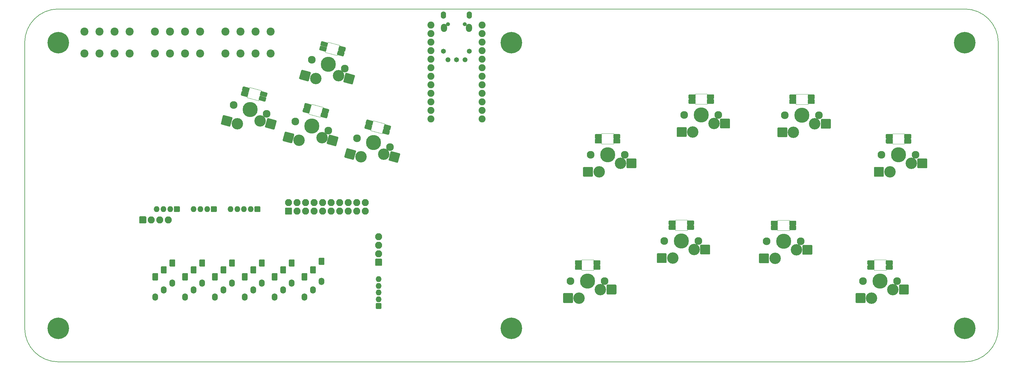
<source format=gbr>
G04 #@! TF.GenerationSoftware,KiCad,Pcbnew,(5.1.9)-1*
G04 #@! TF.CreationDate,2021-03-21T07:55:49-07:00*
G04 #@! TF.ProjectId,keefighter,6b656566-6967-4687-9465-722e6b696361,rev?*
G04 #@! TF.SameCoordinates,Original*
G04 #@! TF.FileFunction,Soldermask,Bot*
G04 #@! TF.FilePolarity,Negative*
%FSLAX46Y46*%
G04 Gerber Fmt 4.6, Leading zero omitted, Abs format (unit mm)*
G04 Created by KiCad (PCBNEW (5.1.9)-1) date 2021-03-21 07:55:49*
%MOMM*%
%LPD*%
G01*
G04 APERTURE LIST*
G04 #@! TA.AperFunction,Profile*
%ADD10C,0.200000*%
G04 #@! TD*
G04 #@! TA.AperFunction,Profile*
%ADD11C,0.120000*%
G04 #@! TD*
%ADD12C,1.473200*%
%ADD13O,1.200000X1.200000*%
%ADD14O,1.550000X2.200000*%
%ADD15O,1.850000X2.400000*%
%ADD16C,2.400000*%
%ADD17C,4.500000*%
%ADD18C,2.300000*%
%ADD19C,3.400000*%
%ADD20C,6.400000*%
%ADD21O,1.700000X2.178000*%
%ADD22O,1.750000X1.750000*%
%ADD23O,2.100000X2.100000*%
%ADD24C,2.082800*%
G04 APERTURE END LIST*
D10*
X357792882Y-173878972D02*
X357792883Y-88878972D01*
X77792883Y-183878972D02*
X347792883Y-183878972D01*
X347792883Y-78878972D02*
G75*
G02*
X357792883Y-88878972I0J-10000000D01*
G01*
X67792883Y-88878972D02*
X67792883Y-173878972D01*
X77792883Y-183878972D02*
G75*
G02*
X67792883Y-173878972I0J10000000D01*
G01*
X357792882Y-173878973D02*
G75*
G02*
X347792883Y-183878972I-9999999J0D01*
G01*
X67792883Y-88878972D02*
G75*
G02*
X77792883Y-78878972I10000000J0D01*
G01*
X347792883Y-78878972D02*
X77792883Y-78878972D01*
D11*
X239616508Y-119054772D02*
X239616508Y-115954772D01*
X239616508Y-115954772D02*
X243216508Y-115954772D01*
X243216508Y-115954772D02*
X243216508Y-119054772D01*
X243216508Y-119054772D02*
X239616508Y-119054772D01*
X157335369Y-91751934D02*
X158137708Y-88757564D01*
X158137708Y-88757564D02*
X161615041Y-89689312D01*
X161615041Y-89689312D02*
X160812702Y-92683682D01*
X160812702Y-92683682D02*
X157335369Y-91751934D01*
X137481312Y-106154066D02*
X134003979Y-105222318D01*
X138283651Y-103159696D02*
X137481312Y-106154066D01*
X134806318Y-102227948D02*
X138283651Y-103159696D01*
X134003979Y-105222318D02*
X134806318Y-102227948D01*
X174283086Y-116015072D02*
X170805753Y-115083324D01*
X175085425Y-113020702D02*
X174283086Y-116015072D01*
X171608092Y-112088954D02*
X175085425Y-113020702D01*
X170805753Y-115083324D02*
X171608092Y-112088954D01*
X233685241Y-156620616D02*
X233685241Y-153520616D01*
X233685241Y-153520616D02*
X237285241Y-153520616D01*
X237285241Y-153520616D02*
X237285241Y-156620616D01*
X237285241Y-156620616D02*
X233685241Y-156620616D01*
X265185746Y-144746433D02*
X261585746Y-144746433D01*
X265185746Y-141646433D02*
X265185746Y-144746433D01*
X261585746Y-141646433D02*
X265185746Y-141646433D01*
X261585746Y-144746433D02*
X261585746Y-141646433D01*
X295626194Y-144824564D02*
X292026194Y-144824564D01*
X295626194Y-141724564D02*
X295626194Y-144824564D01*
X292026194Y-141724564D02*
X295626194Y-141724564D01*
X292026194Y-144824564D02*
X292026194Y-141724564D01*
X324395820Y-156620461D02*
X320795820Y-156620461D01*
X324395820Y-153520461D02*
X324395820Y-156620461D01*
X320795820Y-153520461D02*
X324395820Y-153520461D01*
X320795820Y-156620461D02*
X320795820Y-153520461D01*
X326274618Y-119069621D02*
X326274618Y-115969621D01*
X326274618Y-115969621D02*
X329874618Y-115969621D01*
X329874618Y-115969621D02*
X329874618Y-119069621D01*
X329874618Y-119069621D02*
X326274618Y-119069621D01*
X301124162Y-107297086D02*
X297524162Y-107297086D01*
X301124162Y-104197086D02*
X301124162Y-107297086D01*
X297524162Y-104197086D02*
X301124162Y-104197086D01*
X297524162Y-107297086D02*
X297524162Y-104197086D01*
X267520580Y-107231339D02*
X267520580Y-104131339D01*
X267520580Y-104131339D02*
X271120580Y-104131339D01*
X271120580Y-104131339D02*
X271120580Y-107231339D01*
X271120580Y-107231339D02*
X267520580Y-107231339D01*
X152404866Y-110152821D02*
X153207205Y-107158451D01*
X153207205Y-107158451D02*
X156684538Y-108090199D01*
X156684538Y-108090199D02*
X155882199Y-111084569D01*
X155882199Y-111084569D02*
X152404866Y-110152821D01*
D12*
X200180000Y-91440000D03*
X198910000Y-93980000D03*
X196370000Y-93980000D03*
X193830000Y-93980000D03*
X192540000Y-91440000D03*
D13*
X193880000Y-83410000D03*
X198880000Y-83410000D03*
D14*
X192505000Y-80660000D03*
X200255000Y-80660000D03*
D15*
X192655000Y-84460000D03*
X200105000Y-84460000D03*
G36*
G01*
X243116508Y-117304772D02*
X243116508Y-116304772D01*
G75*
G02*
X243316508Y-116104772I200000J0D01*
G01*
X245016508Y-116104772D01*
G75*
G02*
X245216508Y-116304772I0J-200000D01*
G01*
X245216508Y-117304772D01*
G75*
G02*
X245016508Y-117504772I-200000J0D01*
G01*
X243316508Y-117504772D01*
G75*
G02*
X243116508Y-117304772I0J200000D01*
G01*
G37*
G36*
G01*
X243116508Y-118704772D02*
X243116508Y-117704772D01*
G75*
G02*
X243316508Y-117504772I200000J0D01*
G01*
X245016508Y-117504772D01*
G75*
G02*
X245216508Y-117704772I0J-200000D01*
G01*
X245216508Y-118704772D01*
G75*
G02*
X245016508Y-118904772I-200000J0D01*
G01*
X243316508Y-118904772D01*
G75*
G02*
X243116508Y-118704772I0J200000D01*
G01*
G37*
G36*
G01*
X237616508Y-117304772D02*
X237616508Y-116304772D01*
G75*
G02*
X237816508Y-116104772I200000J0D01*
G01*
X239516508Y-116104772D01*
G75*
G02*
X239716508Y-116304772I0J-200000D01*
G01*
X239716508Y-117304772D01*
G75*
G02*
X239516508Y-117504772I-200000J0D01*
G01*
X237816508Y-117504772D01*
G75*
G02*
X237616508Y-117304772I0J200000D01*
G01*
G37*
G36*
G01*
X237616508Y-118704772D02*
X237616508Y-117704772D01*
G75*
G02*
X237816508Y-117504772I200000J0D01*
G01*
X239516508Y-117504772D01*
G75*
G02*
X239716508Y-117704772I0J-200000D01*
G01*
X239716508Y-118704772D01*
G75*
G02*
X239516508Y-118904772I-200000J0D01*
G01*
X237816508Y-118904772D01*
G75*
G02*
X237616508Y-118704772I0J200000D01*
G01*
G37*
G36*
G01*
X161169043Y-90967430D02*
X161427862Y-90001504D01*
G75*
G02*
X161672811Y-89860083I193185J-51764D01*
G01*
X163314884Y-90300075D01*
G75*
G02*
X163456305Y-90545024I-51764J-193185D01*
G01*
X163197486Y-91510950D01*
G75*
G02*
X162952537Y-91652371I-193185J51764D01*
G01*
X161310464Y-91212379D01*
G75*
G02*
X161169043Y-90967430I51764J193185D01*
G01*
G37*
G36*
G01*
X160806697Y-92319726D02*
X161065516Y-91353800D01*
G75*
G02*
X161310465Y-91212379I193185J-51764D01*
G01*
X162952538Y-91652371D01*
G75*
G02*
X163093959Y-91897320I-51764J-193185D01*
G01*
X162835140Y-92863246D01*
G75*
G02*
X162590191Y-93004667I-193185J51764D01*
G01*
X160948118Y-92564675D01*
G75*
G02*
X160806697Y-92319726I51764J193185D01*
G01*
G37*
G36*
G01*
X155856451Y-89543926D02*
X156115270Y-88578000D01*
G75*
G02*
X156360219Y-88436579I193185J-51764D01*
G01*
X158002292Y-88876571D01*
G75*
G02*
X158143713Y-89121520I-51764J-193185D01*
G01*
X157884894Y-90087446D01*
G75*
G02*
X157639945Y-90228867I-193185J51764D01*
G01*
X155997872Y-89788875D01*
G75*
G02*
X155856451Y-89543926I51764J193185D01*
G01*
G37*
G36*
G01*
X155494105Y-90896222D02*
X155752924Y-89930296D01*
G75*
G02*
X155997873Y-89788875I193185J-51764D01*
G01*
X157639946Y-90228867D01*
G75*
G02*
X157781367Y-90473816I-51764J-193185D01*
G01*
X157522548Y-91439742D01*
G75*
G02*
X157277599Y-91581163I-193185J51764D01*
G01*
X155635526Y-91141171D01*
G75*
G02*
X155494105Y-90896222I51764J193185D01*
G01*
G37*
G36*
G01*
X132162715Y-104366606D02*
X132421534Y-103400680D01*
G75*
G02*
X132666483Y-103259259I193185J-51764D01*
G01*
X134308556Y-103699251D01*
G75*
G02*
X134449977Y-103944200I-51764J-193185D01*
G01*
X134191158Y-104910126D01*
G75*
G02*
X133946209Y-105051547I-193185J51764D01*
G01*
X132304136Y-104611555D01*
G75*
G02*
X132162715Y-104366606I51764J193185D01*
G01*
G37*
G36*
G01*
X132525061Y-103014310D02*
X132783880Y-102048384D01*
G75*
G02*
X133028829Y-101906963I193185J-51764D01*
G01*
X134670902Y-102346955D01*
G75*
G02*
X134812323Y-102591904I-51764J-193185D01*
G01*
X134553504Y-103557830D01*
G75*
G02*
X134308555Y-103699251I-193185J51764D01*
G01*
X132666482Y-103259259D01*
G75*
G02*
X132525061Y-103014310I51764J193185D01*
G01*
G37*
G36*
G01*
X137475307Y-105790110D02*
X137734126Y-104824184D01*
G75*
G02*
X137979075Y-104682763I193185J-51764D01*
G01*
X139621148Y-105122755D01*
G75*
G02*
X139762569Y-105367704I-51764J-193185D01*
G01*
X139503750Y-106333630D01*
G75*
G02*
X139258801Y-106475051I-193185J51764D01*
G01*
X137616728Y-106035059D01*
G75*
G02*
X137475307Y-105790110I51764J193185D01*
G01*
G37*
G36*
G01*
X137837653Y-104437814D02*
X138096472Y-103471888D01*
G75*
G02*
X138341421Y-103330467I193185J-51764D01*
G01*
X139983494Y-103770459D01*
G75*
G02*
X140124915Y-104015408I-51764J-193185D01*
G01*
X139866096Y-104981334D01*
G75*
G02*
X139621147Y-105122755I-193185J51764D01*
G01*
X137979074Y-104682763D01*
G75*
G02*
X137837653Y-104437814I51764J193185D01*
G01*
G37*
G36*
G01*
X168964489Y-114227612D02*
X169223308Y-113261686D01*
G75*
G02*
X169468257Y-113120265I193185J-51764D01*
G01*
X171110330Y-113560257D01*
G75*
G02*
X171251751Y-113805206I-51764J-193185D01*
G01*
X170992932Y-114771132D01*
G75*
G02*
X170747983Y-114912553I-193185J51764D01*
G01*
X169105910Y-114472561D01*
G75*
G02*
X168964489Y-114227612I51764J193185D01*
G01*
G37*
G36*
G01*
X169326835Y-112875316D02*
X169585654Y-111909390D01*
G75*
G02*
X169830603Y-111767969I193185J-51764D01*
G01*
X171472676Y-112207961D01*
G75*
G02*
X171614097Y-112452910I-51764J-193185D01*
G01*
X171355278Y-113418836D01*
G75*
G02*
X171110329Y-113560257I-193185J51764D01*
G01*
X169468256Y-113120265D01*
G75*
G02*
X169326835Y-112875316I51764J193185D01*
G01*
G37*
G36*
G01*
X174277081Y-115651116D02*
X174535900Y-114685190D01*
G75*
G02*
X174780849Y-114543769I193185J-51764D01*
G01*
X176422922Y-114983761D01*
G75*
G02*
X176564343Y-115228710I-51764J-193185D01*
G01*
X176305524Y-116194636D01*
G75*
G02*
X176060575Y-116336057I-193185J51764D01*
G01*
X174418502Y-115896065D01*
G75*
G02*
X174277081Y-115651116I51764J193185D01*
G01*
G37*
G36*
G01*
X174639427Y-114298820D02*
X174898246Y-113332894D01*
G75*
G02*
X175143195Y-113191473I193185J-51764D01*
G01*
X176785268Y-113631465D01*
G75*
G02*
X176926689Y-113876414I-51764J-193185D01*
G01*
X176667870Y-114842340D01*
G75*
G02*
X176422921Y-114983761I-193185J51764D01*
G01*
X174780848Y-114543769D01*
G75*
G02*
X174639427Y-114298820I51764J193185D01*
G01*
G37*
G36*
G01*
X237185241Y-154870616D02*
X237185241Y-153870616D01*
G75*
G02*
X237385241Y-153670616I200000J0D01*
G01*
X239085241Y-153670616D01*
G75*
G02*
X239285241Y-153870616I0J-200000D01*
G01*
X239285241Y-154870616D01*
G75*
G02*
X239085241Y-155070616I-200000J0D01*
G01*
X237385241Y-155070616D01*
G75*
G02*
X237185241Y-154870616I0J200000D01*
G01*
G37*
G36*
G01*
X237185241Y-156270616D02*
X237185241Y-155270616D01*
G75*
G02*
X237385241Y-155070616I200000J0D01*
G01*
X239085241Y-155070616D01*
G75*
G02*
X239285241Y-155270616I0J-200000D01*
G01*
X239285241Y-156270616D01*
G75*
G02*
X239085241Y-156470616I-200000J0D01*
G01*
X237385241Y-156470616D01*
G75*
G02*
X237185241Y-156270616I0J200000D01*
G01*
G37*
G36*
G01*
X231685241Y-154870616D02*
X231685241Y-153870616D01*
G75*
G02*
X231885241Y-153670616I200000J0D01*
G01*
X233585241Y-153670616D01*
G75*
G02*
X233785241Y-153870616I0J-200000D01*
G01*
X233785241Y-154870616D01*
G75*
G02*
X233585241Y-155070616I-200000J0D01*
G01*
X231885241Y-155070616D01*
G75*
G02*
X231685241Y-154870616I0J200000D01*
G01*
G37*
G36*
G01*
X231685241Y-156270616D02*
X231685241Y-155270616D01*
G75*
G02*
X231885241Y-155070616I200000J0D01*
G01*
X233585241Y-155070616D01*
G75*
G02*
X233785241Y-155270616I0J-200000D01*
G01*
X233785241Y-156270616D01*
G75*
G02*
X233585241Y-156470616I-200000J0D01*
G01*
X231885241Y-156470616D01*
G75*
G02*
X231685241Y-156270616I0J200000D01*
G01*
G37*
G36*
G01*
X259585746Y-144396433D02*
X259585746Y-143396433D01*
G75*
G02*
X259785746Y-143196433I200000J0D01*
G01*
X261485746Y-143196433D01*
G75*
G02*
X261685746Y-143396433I0J-200000D01*
G01*
X261685746Y-144396433D01*
G75*
G02*
X261485746Y-144596433I-200000J0D01*
G01*
X259785746Y-144596433D01*
G75*
G02*
X259585746Y-144396433I0J200000D01*
G01*
G37*
G36*
G01*
X259585746Y-142996433D02*
X259585746Y-141996433D01*
G75*
G02*
X259785746Y-141796433I200000J0D01*
G01*
X261485746Y-141796433D01*
G75*
G02*
X261685746Y-141996433I0J-200000D01*
G01*
X261685746Y-142996433D01*
G75*
G02*
X261485746Y-143196433I-200000J0D01*
G01*
X259785746Y-143196433D01*
G75*
G02*
X259585746Y-142996433I0J200000D01*
G01*
G37*
G36*
G01*
X265085746Y-144396433D02*
X265085746Y-143396433D01*
G75*
G02*
X265285746Y-143196433I200000J0D01*
G01*
X266985746Y-143196433D01*
G75*
G02*
X267185746Y-143396433I0J-200000D01*
G01*
X267185746Y-144396433D01*
G75*
G02*
X266985746Y-144596433I-200000J0D01*
G01*
X265285746Y-144596433D01*
G75*
G02*
X265085746Y-144396433I0J200000D01*
G01*
G37*
G36*
G01*
X265085746Y-142996433D02*
X265085746Y-141996433D01*
G75*
G02*
X265285746Y-141796433I200000J0D01*
G01*
X266985746Y-141796433D01*
G75*
G02*
X267185746Y-141996433I0J-200000D01*
G01*
X267185746Y-142996433D01*
G75*
G02*
X266985746Y-143196433I-200000J0D01*
G01*
X265285746Y-143196433D01*
G75*
G02*
X265085746Y-142996433I0J200000D01*
G01*
G37*
G36*
G01*
X290026194Y-144474564D02*
X290026194Y-143474564D01*
G75*
G02*
X290226194Y-143274564I200000J0D01*
G01*
X291926194Y-143274564D01*
G75*
G02*
X292126194Y-143474564I0J-200000D01*
G01*
X292126194Y-144474564D01*
G75*
G02*
X291926194Y-144674564I-200000J0D01*
G01*
X290226194Y-144674564D01*
G75*
G02*
X290026194Y-144474564I0J200000D01*
G01*
G37*
G36*
G01*
X290026194Y-143074564D02*
X290026194Y-142074564D01*
G75*
G02*
X290226194Y-141874564I200000J0D01*
G01*
X291926194Y-141874564D01*
G75*
G02*
X292126194Y-142074564I0J-200000D01*
G01*
X292126194Y-143074564D01*
G75*
G02*
X291926194Y-143274564I-200000J0D01*
G01*
X290226194Y-143274564D01*
G75*
G02*
X290026194Y-143074564I0J200000D01*
G01*
G37*
G36*
G01*
X295526194Y-144474564D02*
X295526194Y-143474564D01*
G75*
G02*
X295726194Y-143274564I200000J0D01*
G01*
X297426194Y-143274564D01*
G75*
G02*
X297626194Y-143474564I0J-200000D01*
G01*
X297626194Y-144474564D01*
G75*
G02*
X297426194Y-144674564I-200000J0D01*
G01*
X295726194Y-144674564D01*
G75*
G02*
X295526194Y-144474564I0J200000D01*
G01*
G37*
G36*
G01*
X295526194Y-143074564D02*
X295526194Y-142074564D01*
G75*
G02*
X295726194Y-141874564I200000J0D01*
G01*
X297426194Y-141874564D01*
G75*
G02*
X297626194Y-142074564I0J-200000D01*
G01*
X297626194Y-143074564D01*
G75*
G02*
X297426194Y-143274564I-200000J0D01*
G01*
X295726194Y-143274564D01*
G75*
G02*
X295526194Y-143074564I0J200000D01*
G01*
G37*
G36*
G01*
X318795820Y-156270461D02*
X318795820Y-155270461D01*
G75*
G02*
X318995820Y-155070461I200000J0D01*
G01*
X320695820Y-155070461D01*
G75*
G02*
X320895820Y-155270461I0J-200000D01*
G01*
X320895820Y-156270461D01*
G75*
G02*
X320695820Y-156470461I-200000J0D01*
G01*
X318995820Y-156470461D01*
G75*
G02*
X318795820Y-156270461I0J200000D01*
G01*
G37*
G36*
G01*
X318795820Y-154870461D02*
X318795820Y-153870461D01*
G75*
G02*
X318995820Y-153670461I200000J0D01*
G01*
X320695820Y-153670461D01*
G75*
G02*
X320895820Y-153870461I0J-200000D01*
G01*
X320895820Y-154870461D01*
G75*
G02*
X320695820Y-155070461I-200000J0D01*
G01*
X318995820Y-155070461D01*
G75*
G02*
X318795820Y-154870461I0J200000D01*
G01*
G37*
G36*
G01*
X324295820Y-156270461D02*
X324295820Y-155270461D01*
G75*
G02*
X324495820Y-155070461I200000J0D01*
G01*
X326195820Y-155070461D01*
G75*
G02*
X326395820Y-155270461I0J-200000D01*
G01*
X326395820Y-156270461D01*
G75*
G02*
X326195820Y-156470461I-200000J0D01*
G01*
X324495820Y-156470461D01*
G75*
G02*
X324295820Y-156270461I0J200000D01*
G01*
G37*
G36*
G01*
X324295820Y-154870461D02*
X324295820Y-153870461D01*
G75*
G02*
X324495820Y-153670461I200000J0D01*
G01*
X326195820Y-153670461D01*
G75*
G02*
X326395820Y-153870461I0J-200000D01*
G01*
X326395820Y-154870461D01*
G75*
G02*
X326195820Y-155070461I-200000J0D01*
G01*
X324495820Y-155070461D01*
G75*
G02*
X324295820Y-154870461I0J200000D01*
G01*
G37*
G36*
G01*
X329774618Y-117319621D02*
X329774618Y-116319621D01*
G75*
G02*
X329974618Y-116119621I200000J0D01*
G01*
X331674618Y-116119621D01*
G75*
G02*
X331874618Y-116319621I0J-200000D01*
G01*
X331874618Y-117319621D01*
G75*
G02*
X331674618Y-117519621I-200000J0D01*
G01*
X329974618Y-117519621D01*
G75*
G02*
X329774618Y-117319621I0J200000D01*
G01*
G37*
G36*
G01*
X329774618Y-118719621D02*
X329774618Y-117719621D01*
G75*
G02*
X329974618Y-117519621I200000J0D01*
G01*
X331674618Y-117519621D01*
G75*
G02*
X331874618Y-117719621I0J-200000D01*
G01*
X331874618Y-118719621D01*
G75*
G02*
X331674618Y-118919621I-200000J0D01*
G01*
X329974618Y-118919621D01*
G75*
G02*
X329774618Y-118719621I0J200000D01*
G01*
G37*
G36*
G01*
X324274618Y-117319621D02*
X324274618Y-116319621D01*
G75*
G02*
X324474618Y-116119621I200000J0D01*
G01*
X326174618Y-116119621D01*
G75*
G02*
X326374618Y-116319621I0J-200000D01*
G01*
X326374618Y-117319621D01*
G75*
G02*
X326174618Y-117519621I-200000J0D01*
G01*
X324474618Y-117519621D01*
G75*
G02*
X324274618Y-117319621I0J200000D01*
G01*
G37*
G36*
G01*
X324274618Y-118719621D02*
X324274618Y-117719621D01*
G75*
G02*
X324474618Y-117519621I200000J0D01*
G01*
X326174618Y-117519621D01*
G75*
G02*
X326374618Y-117719621I0J-200000D01*
G01*
X326374618Y-118719621D01*
G75*
G02*
X326174618Y-118919621I-200000J0D01*
G01*
X324474618Y-118919621D01*
G75*
G02*
X324274618Y-118719621I0J200000D01*
G01*
G37*
G36*
G01*
X295524162Y-106947086D02*
X295524162Y-105947086D01*
G75*
G02*
X295724162Y-105747086I200000J0D01*
G01*
X297424162Y-105747086D01*
G75*
G02*
X297624162Y-105947086I0J-200000D01*
G01*
X297624162Y-106947086D01*
G75*
G02*
X297424162Y-107147086I-200000J0D01*
G01*
X295724162Y-107147086D01*
G75*
G02*
X295524162Y-106947086I0J200000D01*
G01*
G37*
G36*
G01*
X295524162Y-105547086D02*
X295524162Y-104547086D01*
G75*
G02*
X295724162Y-104347086I200000J0D01*
G01*
X297424162Y-104347086D01*
G75*
G02*
X297624162Y-104547086I0J-200000D01*
G01*
X297624162Y-105547086D01*
G75*
G02*
X297424162Y-105747086I-200000J0D01*
G01*
X295724162Y-105747086D01*
G75*
G02*
X295524162Y-105547086I0J200000D01*
G01*
G37*
G36*
G01*
X301024162Y-106947086D02*
X301024162Y-105947086D01*
G75*
G02*
X301224162Y-105747086I200000J0D01*
G01*
X302924162Y-105747086D01*
G75*
G02*
X303124162Y-105947086I0J-200000D01*
G01*
X303124162Y-106947086D01*
G75*
G02*
X302924162Y-107147086I-200000J0D01*
G01*
X301224162Y-107147086D01*
G75*
G02*
X301024162Y-106947086I0J200000D01*
G01*
G37*
G36*
G01*
X301024162Y-105547086D02*
X301024162Y-104547086D01*
G75*
G02*
X301224162Y-104347086I200000J0D01*
G01*
X302924162Y-104347086D01*
G75*
G02*
X303124162Y-104547086I0J-200000D01*
G01*
X303124162Y-105547086D01*
G75*
G02*
X302924162Y-105747086I-200000J0D01*
G01*
X301224162Y-105747086D01*
G75*
G02*
X301024162Y-105547086I0J200000D01*
G01*
G37*
G36*
G01*
X271020580Y-105481339D02*
X271020580Y-104481339D01*
G75*
G02*
X271220580Y-104281339I200000J0D01*
G01*
X272920580Y-104281339D01*
G75*
G02*
X273120580Y-104481339I0J-200000D01*
G01*
X273120580Y-105481339D01*
G75*
G02*
X272920580Y-105681339I-200000J0D01*
G01*
X271220580Y-105681339D01*
G75*
G02*
X271020580Y-105481339I0J200000D01*
G01*
G37*
G36*
G01*
X271020580Y-106881339D02*
X271020580Y-105881339D01*
G75*
G02*
X271220580Y-105681339I200000J0D01*
G01*
X272920580Y-105681339D01*
G75*
G02*
X273120580Y-105881339I0J-200000D01*
G01*
X273120580Y-106881339D01*
G75*
G02*
X272920580Y-107081339I-200000J0D01*
G01*
X271220580Y-107081339D01*
G75*
G02*
X271020580Y-106881339I0J200000D01*
G01*
G37*
G36*
G01*
X265520580Y-105481339D02*
X265520580Y-104481339D01*
G75*
G02*
X265720580Y-104281339I200000J0D01*
G01*
X267420580Y-104281339D01*
G75*
G02*
X267620580Y-104481339I0J-200000D01*
G01*
X267620580Y-105481339D01*
G75*
G02*
X267420580Y-105681339I-200000J0D01*
G01*
X265720580Y-105681339D01*
G75*
G02*
X265520580Y-105481339I0J200000D01*
G01*
G37*
G36*
G01*
X265520580Y-106881339D02*
X265520580Y-105881339D01*
G75*
G02*
X265720580Y-105681339I200000J0D01*
G01*
X267420580Y-105681339D01*
G75*
G02*
X267620580Y-105881339I0J-200000D01*
G01*
X267620580Y-106881339D01*
G75*
G02*
X267420580Y-107081339I-200000J0D01*
G01*
X265720580Y-107081339D01*
G75*
G02*
X265520580Y-106881339I0J200000D01*
G01*
G37*
G36*
G01*
X156238540Y-109368317D02*
X156497359Y-108402391D01*
G75*
G02*
X156742308Y-108260970I193185J-51764D01*
G01*
X158384381Y-108700962D01*
G75*
G02*
X158525802Y-108945911I-51764J-193185D01*
G01*
X158266983Y-109911837D01*
G75*
G02*
X158022034Y-110053258I-193185J51764D01*
G01*
X156379961Y-109613266D01*
G75*
G02*
X156238540Y-109368317I51764J193185D01*
G01*
G37*
G36*
G01*
X155876194Y-110720613D02*
X156135013Y-109754687D01*
G75*
G02*
X156379962Y-109613266I193185J-51764D01*
G01*
X158022035Y-110053258D01*
G75*
G02*
X158163456Y-110298207I-51764J-193185D01*
G01*
X157904637Y-111264133D01*
G75*
G02*
X157659688Y-111405554I-193185J51764D01*
G01*
X156017615Y-110965562D01*
G75*
G02*
X155876194Y-110720613I51764J193185D01*
G01*
G37*
G36*
G01*
X150925948Y-107944813D02*
X151184767Y-106978887D01*
G75*
G02*
X151429716Y-106837466I193185J-51764D01*
G01*
X153071789Y-107277458D01*
G75*
G02*
X153213210Y-107522407I-51764J-193185D01*
G01*
X152954391Y-108488333D01*
G75*
G02*
X152709442Y-108629754I-193185J51764D01*
G01*
X151067369Y-108189762D01*
G75*
G02*
X150925948Y-107944813I51764J193185D01*
G01*
G37*
G36*
G01*
X150563602Y-109297109D02*
X150822421Y-108331183D01*
G75*
G02*
X151067370Y-108189762I193185J-51764D01*
G01*
X152709443Y-108629754D01*
G75*
G02*
X152850864Y-108874703I-51764J-193185D01*
G01*
X152592045Y-109840629D01*
G75*
G02*
X152347096Y-109982050I-193185J51764D01*
G01*
X150705023Y-109542058D01*
G75*
G02*
X150563602Y-109297109I51764J193185D01*
G01*
G37*
D16*
X85542883Y-85628972D03*
X90042883Y-85628972D03*
X85542883Y-92128972D03*
X90042883Y-92128972D03*
G36*
G01*
X139352345Y-113891989D02*
X139999392Y-111477174D01*
G75*
G02*
X140244341Y-111335753I193185J-51764D01*
G01*
X142707452Y-111995742D01*
G75*
G02*
X142848873Y-112240691I-51764J-193185D01*
G01*
X142201826Y-114655506D01*
G75*
G02*
X141956877Y-114796927I-193185J51764D01*
G01*
X139493766Y-114136938D01*
G75*
G02*
X139352345Y-113891989I51764J193185D01*
G01*
G37*
D17*
X134914425Y-108779155D03*
D18*
X130007522Y-107464354D03*
X139821328Y-110093956D03*
G36*
G01*
X126208422Y-112999686D02*
X126855469Y-110584871D01*
G75*
G02*
X127100418Y-110443450I193185J-51764D01*
G01*
X129563529Y-111103439D01*
G75*
G02*
X129704950Y-111348388I-51764J-193185D01*
G01*
X129057903Y-113763203D01*
G75*
G02*
X128812954Y-113904624I-193185J51764D01*
G01*
X126349843Y-113244635D01*
G75*
G02*
X126208422Y-112999686I51764J193185D01*
G01*
G37*
D19*
X137937202Y-112218707D03*
X131146173Y-113028658D03*
X149547060Y-117959161D03*
X156338089Y-117149210D03*
G36*
G01*
X144609309Y-117930189D02*
X145256356Y-115515374D01*
G75*
G02*
X145501305Y-115373953I193185J-51764D01*
G01*
X147964416Y-116033942D01*
G75*
G02*
X148105837Y-116278891I-51764J-193185D01*
G01*
X147458790Y-118693706D01*
G75*
G02*
X147213841Y-118835127I-193185J51764D01*
G01*
X144750730Y-118175138D01*
G75*
G02*
X144609309Y-117930189I51764J193185D01*
G01*
G37*
D18*
X158222215Y-115024459D03*
X148408409Y-112394857D03*
D17*
X153315312Y-113709658D03*
G36*
G01*
X157753232Y-118822492D02*
X158400279Y-116407677D01*
G75*
G02*
X158645228Y-116266256I193185J-51764D01*
G01*
X161108339Y-116926245D01*
G75*
G02*
X161249760Y-117171194I-51764J-193185D01*
G01*
X160602713Y-119586009D01*
G75*
G02*
X160357764Y-119727430I-193185J51764D01*
G01*
X157894653Y-119067441D01*
G75*
G02*
X157753232Y-118822492I51764J193185D01*
G01*
G37*
D19*
X154477562Y-99558274D03*
X161268591Y-98748323D03*
G36*
G01*
X149539811Y-99529302D02*
X150186858Y-97114487D01*
G75*
G02*
X150431807Y-96973066I193185J-51764D01*
G01*
X152894918Y-97633055D01*
G75*
G02*
X153036339Y-97878004I-51764J-193185D01*
G01*
X152389292Y-100292819D01*
G75*
G02*
X152144343Y-100434240I-193185J51764D01*
G01*
X149681232Y-99774251D01*
G75*
G02*
X149539811Y-99529302I51764J193185D01*
G01*
G37*
D18*
X163152717Y-96623572D03*
X153338911Y-93993970D03*
D17*
X158245814Y-95308771D03*
G36*
G01*
X162683734Y-100421605D02*
X163330781Y-98006790D01*
G75*
G02*
X163575730Y-97865369I193185J-51764D01*
G01*
X166038841Y-98525358D01*
G75*
G02*
X166180262Y-98770307I-51764J-193185D01*
G01*
X165533215Y-101185122D01*
G75*
G02*
X165288266Y-101326543I-193185J51764D01*
G01*
X162825155Y-100666554D01*
G75*
G02*
X162683734Y-100421605I51764J193185D01*
G01*
G37*
D19*
X167947946Y-122889663D03*
X174738975Y-122079712D03*
G36*
G01*
X163010195Y-122860691D02*
X163657242Y-120445876D01*
G75*
G02*
X163902191Y-120304455I193185J-51764D01*
G01*
X166365302Y-120964444D01*
G75*
G02*
X166506723Y-121209393I-51764J-193185D01*
G01*
X165859676Y-123624208D01*
G75*
G02*
X165614727Y-123765629I-193185J51764D01*
G01*
X163151616Y-123105640D01*
G75*
G02*
X163010195Y-122860691I51764J193185D01*
G01*
G37*
D18*
X176623101Y-119954961D03*
X166809295Y-117325359D03*
D17*
X171716198Y-118640160D03*
G36*
G01*
X176154118Y-123752994D02*
X176801165Y-121338179D01*
G75*
G02*
X177046114Y-121196758I193185J-51764D01*
G01*
X179509225Y-121856747D01*
G75*
G02*
X179650646Y-122101696I-51764J-193185D01*
G01*
X179003599Y-124516511D01*
G75*
G02*
X178758650Y-124657932I-193185J51764D01*
G01*
X176295539Y-123997943D01*
G75*
G02*
X176154118Y-123752994I51764J193185D01*
G01*
G37*
D19*
X238876508Y-127334772D03*
X245226508Y-124794772D03*
G36*
G01*
X234099508Y-128584772D02*
X234099508Y-126084772D01*
G75*
G02*
X234299508Y-125884772I200000J0D01*
G01*
X236849508Y-125884772D01*
G75*
G02*
X237049508Y-126084772I0J-200000D01*
G01*
X237049508Y-128584772D01*
G75*
G02*
X236849508Y-128784772I-200000J0D01*
G01*
X234299508Y-128784772D01*
G75*
G02*
X234099508Y-128584772I0J200000D01*
G01*
G37*
D18*
X246496508Y-122254772D03*
X236336508Y-122254772D03*
D17*
X241416508Y-122254772D03*
G36*
G01*
X247026508Y-126044772D02*
X247026508Y-123544772D01*
G75*
G02*
X247226508Y-123344772I200000J0D01*
G01*
X249776508Y-123344772D01*
G75*
G02*
X249976508Y-123544772I0J-200000D01*
G01*
X249976508Y-126044772D01*
G75*
G02*
X249776508Y-126244772I-200000J0D01*
G01*
X247226508Y-126244772D01*
G75*
G02*
X247026508Y-126044772I0J200000D01*
G01*
G37*
D19*
X266780580Y-115511339D03*
X273130580Y-112971339D03*
G36*
G01*
X262003580Y-116761339D02*
X262003580Y-114261339D01*
G75*
G02*
X262203580Y-114061339I200000J0D01*
G01*
X264753580Y-114061339D01*
G75*
G02*
X264953580Y-114261339I0J-200000D01*
G01*
X264953580Y-116761339D01*
G75*
G02*
X264753580Y-116961339I-200000J0D01*
G01*
X262203580Y-116961339D01*
G75*
G02*
X262003580Y-116761339I0J200000D01*
G01*
G37*
D18*
X274400580Y-110431339D03*
X264240580Y-110431339D03*
D17*
X269320580Y-110431339D03*
G36*
G01*
X274930580Y-114221339D02*
X274930580Y-111721339D01*
G75*
G02*
X275130580Y-111521339I200000J0D01*
G01*
X277680580Y-111521339D01*
G75*
G02*
X277880580Y-111721339I0J-200000D01*
G01*
X277880580Y-114221339D01*
G75*
G02*
X277680580Y-114421339I-200000J0D01*
G01*
X275130580Y-114421339D01*
G75*
G02*
X274930580Y-114221339I0J200000D01*
G01*
G37*
G36*
G01*
X304934162Y-114287086D02*
X304934162Y-111787086D01*
G75*
G02*
X305134162Y-111587086I200000J0D01*
G01*
X307684162Y-111587086D01*
G75*
G02*
X307884162Y-111787086I0J-200000D01*
G01*
X307884162Y-114287086D01*
G75*
G02*
X307684162Y-114487086I-200000J0D01*
G01*
X305134162Y-114487086D01*
G75*
G02*
X304934162Y-114287086I0J200000D01*
G01*
G37*
X299324162Y-110497086D03*
D18*
X294244162Y-110497086D03*
X304404162Y-110497086D03*
G36*
G01*
X292007162Y-116827086D02*
X292007162Y-114327086D01*
G75*
G02*
X292207162Y-114127086I200000J0D01*
G01*
X294757162Y-114127086D01*
G75*
G02*
X294957162Y-114327086I0J-200000D01*
G01*
X294957162Y-116827086D01*
G75*
G02*
X294757162Y-117027086I-200000J0D01*
G01*
X292207162Y-117027086D01*
G75*
G02*
X292007162Y-116827086I0J200000D01*
G01*
G37*
D19*
X303134162Y-113037086D03*
X296784162Y-115577086D03*
G36*
G01*
X333684618Y-126059621D02*
X333684618Y-123559621D01*
G75*
G02*
X333884618Y-123359621I200000J0D01*
G01*
X336434618Y-123359621D01*
G75*
G02*
X336634618Y-123559621I0J-200000D01*
G01*
X336634618Y-126059621D01*
G75*
G02*
X336434618Y-126259621I-200000J0D01*
G01*
X333884618Y-126259621D01*
G75*
G02*
X333684618Y-126059621I0J200000D01*
G01*
G37*
D17*
X328074618Y-122269621D03*
D18*
X322994618Y-122269621D03*
X333154618Y-122269621D03*
G36*
G01*
X320757618Y-128599621D02*
X320757618Y-126099621D01*
G75*
G02*
X320957618Y-125899621I200000J0D01*
G01*
X323507618Y-125899621D01*
G75*
G02*
X323707618Y-126099621I0J-200000D01*
G01*
X323707618Y-128599621D01*
G75*
G02*
X323507618Y-128799621I-200000J0D01*
G01*
X320957618Y-128799621D01*
G75*
G02*
X320757618Y-128599621I0J200000D01*
G01*
G37*
D19*
X331884618Y-124809621D03*
X325534618Y-127349621D03*
G36*
G01*
X328205820Y-163610461D02*
X328205820Y-161110461D01*
G75*
G02*
X328405820Y-160910461I200000J0D01*
G01*
X330955820Y-160910461D01*
G75*
G02*
X331155820Y-161110461I0J-200000D01*
G01*
X331155820Y-163610461D01*
G75*
G02*
X330955820Y-163810461I-200000J0D01*
G01*
X328405820Y-163810461D01*
G75*
G02*
X328205820Y-163610461I0J200000D01*
G01*
G37*
D17*
X322595820Y-159820461D03*
D18*
X317515820Y-159820461D03*
X327675820Y-159820461D03*
G36*
G01*
X315278820Y-166150461D02*
X315278820Y-163650461D01*
G75*
G02*
X315478820Y-163450461I200000J0D01*
G01*
X318028820Y-163450461D01*
G75*
G02*
X318228820Y-163650461I0J-200000D01*
G01*
X318228820Y-166150461D01*
G75*
G02*
X318028820Y-166350461I-200000J0D01*
G01*
X315478820Y-166350461D01*
G75*
G02*
X315278820Y-166150461I0J200000D01*
G01*
G37*
D19*
X326405820Y-162360461D03*
X320055820Y-164900461D03*
G36*
G01*
X299436194Y-151814564D02*
X299436194Y-149314564D01*
G75*
G02*
X299636194Y-149114564I200000J0D01*
G01*
X302186194Y-149114564D01*
G75*
G02*
X302386194Y-149314564I0J-200000D01*
G01*
X302386194Y-151814564D01*
G75*
G02*
X302186194Y-152014564I-200000J0D01*
G01*
X299636194Y-152014564D01*
G75*
G02*
X299436194Y-151814564I0J200000D01*
G01*
G37*
D17*
X293826194Y-148024564D03*
D18*
X288746194Y-148024564D03*
X298906194Y-148024564D03*
G36*
G01*
X286509194Y-154354564D02*
X286509194Y-151854564D01*
G75*
G02*
X286709194Y-151654564I200000J0D01*
G01*
X289259194Y-151654564D01*
G75*
G02*
X289459194Y-151854564I0J-200000D01*
G01*
X289459194Y-154354564D01*
G75*
G02*
X289259194Y-154554564I-200000J0D01*
G01*
X286709194Y-154554564D01*
G75*
G02*
X286509194Y-154354564I0J200000D01*
G01*
G37*
D19*
X297636194Y-150564564D03*
X291286194Y-153104564D03*
G36*
G01*
X241095241Y-163610616D02*
X241095241Y-161110616D01*
G75*
G02*
X241295241Y-160910616I200000J0D01*
G01*
X243845241Y-160910616D01*
G75*
G02*
X244045241Y-161110616I0J-200000D01*
G01*
X244045241Y-163610616D01*
G75*
G02*
X243845241Y-163810616I-200000J0D01*
G01*
X241295241Y-163810616D01*
G75*
G02*
X241095241Y-163610616I0J200000D01*
G01*
G37*
D17*
X235485241Y-159820616D03*
D18*
X230405241Y-159820616D03*
X240565241Y-159820616D03*
G36*
G01*
X228168241Y-166150616D02*
X228168241Y-163650616D01*
G75*
G02*
X228368241Y-163450616I200000J0D01*
G01*
X230918241Y-163450616D01*
G75*
G02*
X231118241Y-163650616I0J-200000D01*
G01*
X231118241Y-166150616D01*
G75*
G02*
X230918241Y-166350616I-200000J0D01*
G01*
X228368241Y-166350616D01*
G75*
G02*
X228168241Y-166150616I0J200000D01*
G01*
G37*
D19*
X239295241Y-162360616D03*
X232945241Y-164900616D03*
G36*
G01*
X268995746Y-151736433D02*
X268995746Y-149236433D01*
G75*
G02*
X269195746Y-149036433I200000J0D01*
G01*
X271745746Y-149036433D01*
G75*
G02*
X271945746Y-149236433I0J-200000D01*
G01*
X271945746Y-151736433D01*
G75*
G02*
X271745746Y-151936433I-200000J0D01*
G01*
X269195746Y-151936433D01*
G75*
G02*
X268995746Y-151736433I0J200000D01*
G01*
G37*
D17*
X263385746Y-147946433D03*
D18*
X258305746Y-147946433D03*
X268465746Y-147946433D03*
G36*
G01*
X256068746Y-154276433D02*
X256068746Y-151776433D01*
G75*
G02*
X256268746Y-151576433I200000J0D01*
G01*
X258818746Y-151576433D01*
G75*
G02*
X259018746Y-151776433I0J-200000D01*
G01*
X259018746Y-154276433D01*
G75*
G02*
X258818746Y-154476433I-200000J0D01*
G01*
X256268746Y-154476433D01*
G75*
G02*
X256068746Y-154276433I0J200000D01*
G01*
G37*
D19*
X267195746Y-150486433D03*
X260845746Y-153026433D03*
D16*
X99042883Y-92128972D03*
X94542883Y-92128972D03*
X99042883Y-85628972D03*
X94542883Y-85628972D03*
X111042883Y-92128973D03*
X106542883Y-92128973D03*
X111042883Y-85628973D03*
X106542883Y-85628973D03*
X120042883Y-92128972D03*
X115542883Y-92128972D03*
X120042883Y-85628972D03*
X115542883Y-85628972D03*
X132042883Y-92128973D03*
X127542883Y-92128973D03*
X132042883Y-85628973D03*
X127542883Y-85628973D03*
X141042884Y-92128972D03*
X136542884Y-92128972D03*
X141042884Y-85628972D03*
X136542884Y-85628972D03*
D20*
X77792883Y-173878972D03*
X347792882Y-88878972D03*
X347792882Y-173878972D03*
X77792883Y-88878972D03*
X212792882Y-88878972D03*
X212792882Y-173878973D03*
G36*
G01*
X106030000Y-157466000D02*
X107330000Y-157466000D01*
G75*
G02*
X107530000Y-157666000I0J-200000D01*
G01*
X107530000Y-159444000D01*
G75*
G02*
X107330000Y-159644000I-200000J0D01*
G01*
X106030000Y-159644000D01*
G75*
G02*
X105830000Y-159444000I0J200000D01*
G01*
X105830000Y-157666000D01*
G75*
G02*
X106030000Y-157466000I200000J0D01*
G01*
G37*
D21*
X106680000Y-164555000D03*
G36*
G01*
X174094169Y-166582048D02*
X174094169Y-167932048D01*
G75*
G02*
X173894169Y-168132048I-200000J0D01*
G01*
X172544169Y-168132048D01*
G75*
G02*
X172344169Y-167932048I0J200000D01*
G01*
X172344169Y-166582048D01*
G75*
G02*
X172544169Y-166382048I200000J0D01*
G01*
X173894169Y-166382048D01*
G75*
G02*
X174094169Y-166582048I0J-200000D01*
G01*
G37*
D22*
X173219169Y-165257048D03*
X173219169Y-163257048D03*
X173219169Y-161257048D03*
X173219169Y-159257048D03*
X118122059Y-138437007D03*
X120122059Y-138437007D03*
X122122059Y-138437007D03*
G36*
G01*
X123447059Y-137562007D02*
X124797059Y-137562007D01*
G75*
G02*
X124997059Y-137762007I0J-200000D01*
G01*
X124997059Y-139112007D01*
G75*
G02*
X124797059Y-139312007I-200000J0D01*
G01*
X123447059Y-139312007D01*
G75*
G02*
X123247059Y-139112007I0J200000D01*
G01*
X123247059Y-137762007D01*
G75*
G02*
X123447059Y-137562007I200000J0D01*
G01*
G37*
G36*
G01*
X103815044Y-142691073D02*
X102115044Y-142691073D01*
G75*
G02*
X101915044Y-142491073I0J200000D01*
G01*
X101915044Y-140791073D01*
G75*
G02*
X102115044Y-140591073I200000J0D01*
G01*
X103815044Y-140591073D01*
G75*
G02*
X104015044Y-140791073I0J-200000D01*
G01*
X104015044Y-142491073D01*
G75*
G02*
X103815044Y-142691073I-200000J0D01*
G01*
G37*
D23*
X105505044Y-141641073D03*
X108045044Y-141641073D03*
X110585044Y-141641073D03*
G36*
G01*
X174261109Y-153407023D02*
X174261109Y-155107023D01*
G75*
G02*
X174061109Y-155307023I-200000J0D01*
G01*
X172361109Y-155307023D01*
G75*
G02*
X172161109Y-155107023I0J200000D01*
G01*
X172161109Y-153407023D01*
G75*
G02*
X172361109Y-153207023I200000J0D01*
G01*
X174061109Y-153207023D01*
G75*
G02*
X174261109Y-153407023I0J-200000D01*
G01*
G37*
X173211109Y-151717023D03*
X173211109Y-149177023D03*
X173211109Y-146637023D03*
X169235116Y-136491003D03*
X169235116Y-139031003D03*
X166695116Y-136491003D03*
X166695116Y-139031003D03*
X164155116Y-136491003D03*
X164155116Y-139031003D03*
X161615116Y-136491003D03*
X161615116Y-139031003D03*
X159075116Y-136491003D03*
X159075116Y-139031003D03*
X156535116Y-136491003D03*
X156535116Y-139031003D03*
X153995116Y-136491003D03*
X153995116Y-139031003D03*
X151455116Y-136491003D03*
X151455116Y-139031003D03*
X148915116Y-136491003D03*
X148915116Y-139031003D03*
X146375116Y-136491003D03*
G36*
G01*
X147225116Y-140081003D02*
X145525116Y-140081003D01*
G75*
G02*
X145325116Y-139881003I0J200000D01*
G01*
X145325116Y-138181003D01*
G75*
G02*
X145525116Y-137981003I200000J0D01*
G01*
X147225116Y-137981003D01*
G75*
G02*
X147425116Y-138181003I0J-200000D01*
G01*
X147425116Y-139881003D01*
G75*
G02*
X147225116Y-140081003I-200000J0D01*
G01*
G37*
D22*
X107122059Y-138437007D03*
X109122059Y-138437007D03*
X111122059Y-138437007D03*
G36*
G01*
X112447059Y-137562007D02*
X113797059Y-137562007D01*
G75*
G02*
X113997059Y-137762007I0J-200000D01*
G01*
X113997059Y-139112007D01*
G75*
G02*
X113797059Y-139312007I-200000J0D01*
G01*
X112447059Y-139312007D01*
G75*
G02*
X112247059Y-139112007I0J200000D01*
G01*
X112247059Y-137762007D01*
G75*
G02*
X112447059Y-137562007I200000J0D01*
G01*
G37*
G36*
G01*
X136447081Y-137562007D02*
X137797081Y-137562007D01*
G75*
G02*
X137997081Y-137762007I0J-200000D01*
G01*
X137997081Y-139112007D01*
G75*
G02*
X137797081Y-139312007I-200000J0D01*
G01*
X136447081Y-139312007D01*
G75*
G02*
X136247081Y-139112007I0J200000D01*
G01*
X136247081Y-137762007D01*
G75*
G02*
X136447081Y-137562007I200000J0D01*
G01*
G37*
X135122081Y-138437007D03*
X133122081Y-138437007D03*
X131122081Y-138437007D03*
X129122081Y-138437007D03*
D21*
X109220000Y-162515000D03*
G36*
G01*
X108570000Y-155426000D02*
X109870000Y-155426000D01*
G75*
G02*
X110070000Y-155626000I0J-200000D01*
G01*
X110070000Y-157404000D01*
G75*
G02*
X109870000Y-157604000I-200000J0D01*
G01*
X108570000Y-157604000D01*
G75*
G02*
X108370000Y-157404000I0J200000D01*
G01*
X108370000Y-155626000D01*
G75*
G02*
X108570000Y-155426000I200000J0D01*
G01*
G37*
X111760000Y-160475000D03*
G36*
G01*
X111110000Y-153386000D02*
X112410000Y-153386000D01*
G75*
G02*
X112610000Y-153586000I0J-200000D01*
G01*
X112610000Y-155364000D01*
G75*
G02*
X112410000Y-155564000I-200000J0D01*
G01*
X111110000Y-155564000D01*
G75*
G02*
X110910000Y-155364000I0J200000D01*
G01*
X110910000Y-153586000D01*
G75*
G02*
X111110000Y-153386000I200000J0D01*
G01*
G37*
X115570000Y-164555000D03*
G36*
G01*
X114920000Y-157466000D02*
X116220000Y-157466000D01*
G75*
G02*
X116420000Y-157666000I0J-200000D01*
G01*
X116420000Y-159444000D01*
G75*
G02*
X116220000Y-159644000I-200000J0D01*
G01*
X114920000Y-159644000D01*
G75*
G02*
X114720000Y-159444000I0J200000D01*
G01*
X114720000Y-157666000D01*
G75*
G02*
X114920000Y-157466000I200000J0D01*
G01*
G37*
G36*
G01*
X120000000Y-153386000D02*
X121300000Y-153386000D01*
G75*
G02*
X121500000Y-153586000I0J-200000D01*
G01*
X121500000Y-155364000D01*
G75*
G02*
X121300000Y-155564000I-200000J0D01*
G01*
X120000000Y-155564000D01*
G75*
G02*
X119800000Y-155364000I0J200000D01*
G01*
X119800000Y-153586000D01*
G75*
G02*
X120000000Y-153386000I200000J0D01*
G01*
G37*
X120650000Y-160475000D03*
G36*
G01*
X117460000Y-155426000D02*
X118760000Y-155426000D01*
G75*
G02*
X118960000Y-155626000I0J-200000D01*
G01*
X118960000Y-157404000D01*
G75*
G02*
X118760000Y-157604000I-200000J0D01*
G01*
X117460000Y-157604000D01*
G75*
G02*
X117260000Y-157404000I0J200000D01*
G01*
X117260000Y-155626000D01*
G75*
G02*
X117460000Y-155426000I200000J0D01*
G01*
G37*
X118110000Y-162515000D03*
X124460000Y-164555000D03*
G36*
G01*
X123810000Y-157466000D02*
X125110000Y-157466000D01*
G75*
G02*
X125310000Y-157666000I0J-200000D01*
G01*
X125310000Y-159444000D01*
G75*
G02*
X125110000Y-159644000I-200000J0D01*
G01*
X123810000Y-159644000D01*
G75*
G02*
X123610000Y-159444000I0J200000D01*
G01*
X123610000Y-157666000D01*
G75*
G02*
X123810000Y-157466000I200000J0D01*
G01*
G37*
G36*
G01*
X128890000Y-153386000D02*
X130190000Y-153386000D01*
G75*
G02*
X130390000Y-153586000I0J-200000D01*
G01*
X130390000Y-155364000D01*
G75*
G02*
X130190000Y-155564000I-200000J0D01*
G01*
X128890000Y-155564000D01*
G75*
G02*
X128690000Y-155364000I0J200000D01*
G01*
X128690000Y-153586000D01*
G75*
G02*
X128890000Y-153386000I200000J0D01*
G01*
G37*
X129540000Y-160475000D03*
G36*
G01*
X126350000Y-155426000D02*
X127650000Y-155426000D01*
G75*
G02*
X127850000Y-155626000I0J-200000D01*
G01*
X127850000Y-157404000D01*
G75*
G02*
X127650000Y-157604000I-200000J0D01*
G01*
X126350000Y-157604000D01*
G75*
G02*
X126150000Y-157404000I0J200000D01*
G01*
X126150000Y-155626000D01*
G75*
G02*
X126350000Y-155426000I200000J0D01*
G01*
G37*
X127000000Y-162515000D03*
X133350000Y-164555000D03*
G36*
G01*
X132700000Y-157466000D02*
X134000000Y-157466000D01*
G75*
G02*
X134200000Y-157666000I0J-200000D01*
G01*
X134200000Y-159444000D01*
G75*
G02*
X134000000Y-159644000I-200000J0D01*
G01*
X132700000Y-159644000D01*
G75*
G02*
X132500000Y-159444000I0J200000D01*
G01*
X132500000Y-157666000D01*
G75*
G02*
X132700000Y-157466000I200000J0D01*
G01*
G37*
G36*
G01*
X137780000Y-153386000D02*
X139080000Y-153386000D01*
G75*
G02*
X139280000Y-153586000I0J-200000D01*
G01*
X139280000Y-155364000D01*
G75*
G02*
X139080000Y-155564000I-200000J0D01*
G01*
X137780000Y-155564000D01*
G75*
G02*
X137580000Y-155364000I0J200000D01*
G01*
X137580000Y-153586000D01*
G75*
G02*
X137780000Y-153386000I200000J0D01*
G01*
G37*
X138430000Y-160475000D03*
G36*
G01*
X135240000Y-155426000D02*
X136540000Y-155426000D01*
G75*
G02*
X136740000Y-155626000I0J-200000D01*
G01*
X136740000Y-157404000D01*
G75*
G02*
X136540000Y-157604000I-200000J0D01*
G01*
X135240000Y-157604000D01*
G75*
G02*
X135040000Y-157404000I0J200000D01*
G01*
X135040000Y-155626000D01*
G75*
G02*
X135240000Y-155426000I200000J0D01*
G01*
G37*
X135890000Y-162515000D03*
X142240000Y-164555000D03*
G36*
G01*
X141590000Y-157466000D02*
X142890000Y-157466000D01*
G75*
G02*
X143090000Y-157666000I0J-200000D01*
G01*
X143090000Y-159444000D01*
G75*
G02*
X142890000Y-159644000I-200000J0D01*
G01*
X141590000Y-159644000D01*
G75*
G02*
X141390000Y-159444000I0J200000D01*
G01*
X141390000Y-157666000D01*
G75*
G02*
X141590000Y-157466000I200000J0D01*
G01*
G37*
G36*
G01*
X146670000Y-153386000D02*
X147970000Y-153386000D01*
G75*
G02*
X148170000Y-153586000I0J-200000D01*
G01*
X148170000Y-155364000D01*
G75*
G02*
X147970000Y-155564000I-200000J0D01*
G01*
X146670000Y-155564000D01*
G75*
G02*
X146470000Y-155364000I0J200000D01*
G01*
X146470000Y-153586000D01*
G75*
G02*
X146670000Y-153386000I200000J0D01*
G01*
G37*
X147320000Y-160475000D03*
G36*
G01*
X144130000Y-155426000D02*
X145430000Y-155426000D01*
G75*
G02*
X145630000Y-155626000I0J-200000D01*
G01*
X145630000Y-157404000D01*
G75*
G02*
X145430000Y-157604000I-200000J0D01*
G01*
X144130000Y-157604000D01*
G75*
G02*
X143930000Y-157404000I0J200000D01*
G01*
X143930000Y-155626000D01*
G75*
G02*
X144130000Y-155426000I200000J0D01*
G01*
G37*
X144780000Y-162515000D03*
X151130000Y-164555000D03*
G36*
G01*
X150480000Y-157466000D02*
X151780000Y-157466000D01*
G75*
G02*
X151980000Y-157666000I0J-200000D01*
G01*
X151980000Y-159444000D01*
G75*
G02*
X151780000Y-159644000I-200000J0D01*
G01*
X150480000Y-159644000D01*
G75*
G02*
X150280000Y-159444000I0J200000D01*
G01*
X150280000Y-157666000D01*
G75*
G02*
X150480000Y-157466000I200000J0D01*
G01*
G37*
G36*
G01*
X155560000Y-152886000D02*
X156860000Y-152886000D01*
G75*
G02*
X157060000Y-153086000I0J-200000D01*
G01*
X157060000Y-154864000D01*
G75*
G02*
X156860000Y-155064000I-200000J0D01*
G01*
X155560000Y-155064000D01*
G75*
G02*
X155360000Y-154864000I0J200000D01*
G01*
X155360000Y-153086000D01*
G75*
G02*
X155560000Y-152886000I200000J0D01*
G01*
G37*
X156210000Y-159975000D03*
G36*
G01*
X153020000Y-155426000D02*
X154320000Y-155426000D01*
G75*
G02*
X154520000Y-155626000I0J-200000D01*
G01*
X154520000Y-157404000D01*
G75*
G02*
X154320000Y-157604000I-200000J0D01*
G01*
X153020000Y-157604000D01*
G75*
G02*
X152820000Y-157404000I0J200000D01*
G01*
X152820000Y-155626000D01*
G75*
G02*
X153020000Y-155426000I200000J0D01*
G01*
G37*
X153670000Y-162515000D03*
D24*
X188754298Y-83628610D03*
X188754298Y-86168610D03*
X188754298Y-88708610D03*
X188754298Y-91248610D03*
X188754298Y-93788610D03*
X188754298Y-96328610D03*
X188754298Y-98868610D03*
X188754298Y-101408610D03*
X188754298Y-103948610D03*
X188754298Y-106488610D03*
X188754298Y-109028610D03*
X188754298Y-111568610D03*
X203994298Y-111568610D03*
X203994298Y-109028610D03*
X203994298Y-106488610D03*
X203994298Y-103948610D03*
X203994298Y-101408610D03*
X203994298Y-98868610D03*
X203994298Y-96328610D03*
X203994298Y-93788610D03*
X203994298Y-91248610D03*
X203994298Y-88708610D03*
X203994298Y-86168610D03*
X203994298Y-83628610D03*
M02*

</source>
